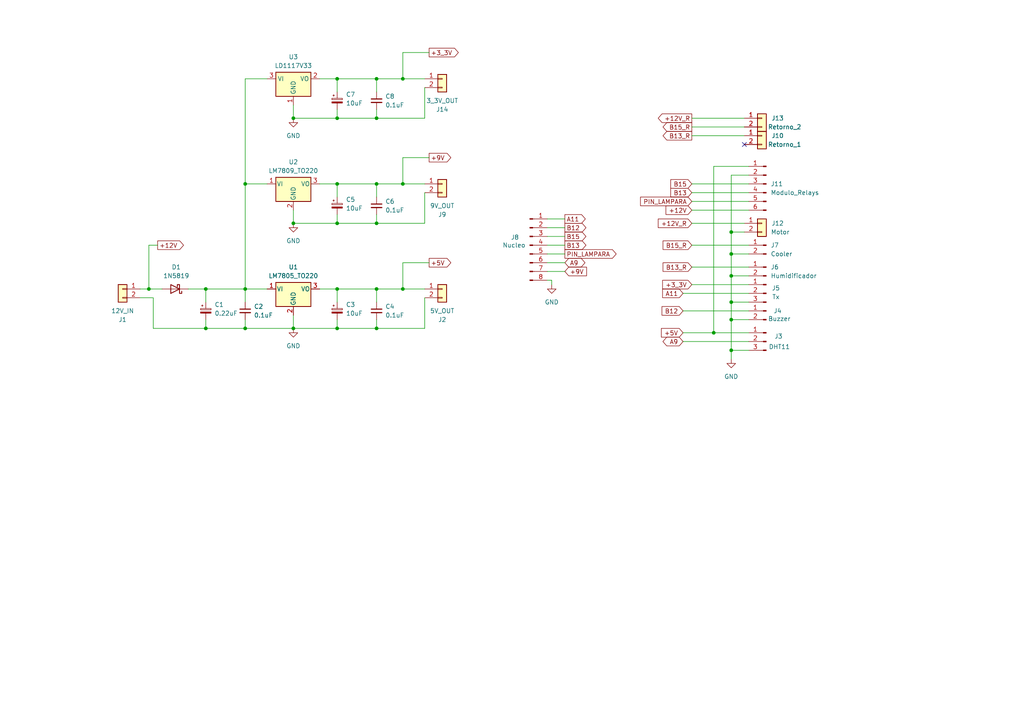
<source format=kicad_sch>
(kicad_sch (version 20250114) (generator "eeschema") (generator_version "9.0")
  (paper "A4")
  (lib_symbols
    (symbol "Connector:Conn_01x02_Pin" (pin_names (offset 1.016) (hide yes))
      (property "Reference" "J" (at 0 2.54 0))
      (property "Value" "Conn_01x02_Pin" (at 0 -5.08 0))
      (symbol "Conn_01x02_Pin_1_1"
        (rectangle (start 0.8636 0.127) (end 0 -0.127) (stroke (width 0.1524)) (fill (type outline)))
        (rectangle (start 0.8636 -2.413) (end 0 -2.667) (stroke (width 0.1524)) (fill (type outline)))
        (polyline (pts (xy 1.27 0) (xy 0.8636 0)) (stroke (width 0.1524)))
        (polyline (pts (xy 1.27 -2.54) (xy 0.8636 -2.54)) (stroke (width 0.1524)))
        (pin passive line (at 5.08 0 180) (length 3.81) (name "Pin_1") (number "1"))
        (pin passive line (at 5.08 -2.54 180) (length 3.81) (name "Pin_2") (number "2"))
      )
    )
    (symbol "Connector:Conn_01x03_Pin" (pin_names (offset 1.016) (hide yes))
      (property "Reference" "J" (at 0 5.08 0))
      (property "Value" "Conn_01x03_Pin" (at 0 -5.08 0))
      (symbol "Conn_01x03_Pin_1_1"
        (rectangle (start 0.8636 2.667) (end 0 2.413) (stroke (width 0.1524)) (fill (type outline)))
        (rectangle (start 0.8636 0.127) (end 0 -0.127) (stroke (width 0.1524)) (fill (type outline)))
        (rectangle (start 0.8636 -2.413) (end 0 -2.667) (stroke (width 0.1524)) (fill (type outline)))
        (polyline (pts (xy 1.27 2.54) (xy 0.8636 2.54)) (stroke (width 0.1524)))
        (polyline (pts (xy 1.27 0) (xy 0.8636 0)) (stroke (width 0.1524)))
        (polyline (pts (xy 1.27 -2.54) (xy 0.8636 -2.54)) (stroke (width 0.1524)))
        (pin passive line (at 5.08 2.54 180) (length 3.81) (name "Pin_1") (number "1"))
        (pin passive line (at 5.08 0 180) (length 3.81) (name "Pin_2") (number "2"))
        (pin passive line (at 5.08 -2.54 180) (length 3.81) (name "Pin_3") (number "3"))
      )
    )
    (symbol "Connector:Conn_01x06_Pin" (pin_names (offset 1.016) (hide yes))
      (property "Reference" "J" (at 0 7.62 0))
      (property "Value" "Conn_01x06_Pin" (at 0 -10.16 0))
      (symbol "Conn_01x06_Pin_1_1"
        (rectangle (start 0.8636 5.207) (end 0 4.953) (stroke (width 0.1524)) (fill (type outline)))
        (rectangle (start 0.8636 2.667) (end 0 2.413) (stroke (width 0.1524)) (fill (type outline)))
        (rectangle (start 0.8636 0.127) (end 0 -0.127) (stroke (width 0.1524)) (fill (type outline)))
        (rectangle (start 0.8636 -2.413) (end 0 -2.667) (stroke (width 0.1524)) (fill (type outline)))
        (rectangle (start 0.8636 -4.953) (end 0 -5.207) (stroke (width 0.1524)) (fill (type outline)))
        (rectangle (start 0.8636 -7.493) (end 0 -7.747) (stroke (width 0.1524)) (fill (type outline)))
        (polyline (pts (xy 1.27 5.08) (xy 0.8636 5.08)) (stroke (width 0.1524)))
        (polyline (pts (xy 1.27 2.54) (xy 0.8636 2.54)) (stroke (width 0.1524)))
        (polyline (pts (xy 1.27 0) (xy 0.8636 0)) (stroke (width 0.1524)))
        (polyline (pts (xy 1.27 -2.54) (xy 0.8636 -2.54)) (stroke (width 0.1524)))
        (polyline (pts (xy 1.27 -5.08) (xy 0.8636 -5.08)) (stroke (width 0.1524)))
        (polyline (pts (xy 1.27 -7.62) (xy 0.8636 -7.62)) (stroke (width 0.1524)))
        (pin passive line (at 5.08 5.08 180) (length 3.81) (name "Pin_1") (number "1"))
        (pin passive line (at 5.08 2.54 180) (length 3.81) (name "Pin_2") (number "2"))
        (pin passive line (at 5.08 0 180) (length 3.81) (name "Pin_3") (number "3"))
        (pin passive line (at 5.08 -2.54 180) (length 3.81) (name "Pin_4") (number "4"))
        (pin passive line (at 5.08 -5.08 180) (length 3.81) (name "Pin_5") (number "5"))
        (pin passive line (at 5.08 -7.62 180) (length 3.81) (name "Pin_6") (number "6"))
      )
    )
    (symbol "Connector:Conn_01x08_Pin" (pin_names (offset 1.016) (hide yes))
      (property "Reference" "J" (at 0 10.16 0))
      (property "Value" "Conn_01x08_Pin" (at 0 -12.7 0))
      (symbol "Conn_01x08_Pin_1_1"
        (rectangle (start 0.8636 7.747) (end 0 7.493) (stroke (width 0.1524)) (fill (type outline)))
        (rectangle (start 0.8636 5.207) (end 0 4.953) (stroke (width 0.1524)) (fill (type outline)))
        (rectangle (start 0.8636 2.667) (end 0 2.413) (stroke (width 0.1524)) (fill (type outline)))
        (rectangle (start 0.8636 0.127) (end 0 -0.127) (stroke (width 0.1524)) (fill (type outline)))
        (rectangle (start 0.8636 -2.413) (end 0 -2.667) (stroke (width 0.1524)) (fill (type outline)))
        (rectangle (start 0.8636 -4.953) (end 0 -5.207) (stroke (width 0.1524)) (fill (type outline)))
        (rectangle (start 0.8636 -7.493) (end 0 -7.747) (stroke (width 0.1524)) (fill (type outline)))
        (rectangle (start 0.8636 -10.033) (end 0 -10.287) (stroke (width 0.1524)) (fill (type outline)))
        (polyline (pts (xy 1.27 7.62) (xy 0.8636 7.62)) (stroke (width 0.1524)))
        (polyline (pts (xy 1.27 5.08) (xy 0.8636 5.08)) (stroke (width 0.1524)))
        (polyline (pts (xy 1.27 2.54) (xy 0.8636 2.54)) (stroke (width 0.1524)))
        (polyline (pts (xy 1.27 0) (xy 0.8636 0)) (stroke (width 0.1524)))
        (polyline (pts (xy 1.27 -2.54) (xy 0.8636 -2.54)) (stroke (width 0.1524)))
        (polyline (pts (xy 1.27 -5.08) (xy 0.8636 -5.08)) (stroke (width 0.1524)))
        (polyline (pts (xy 1.27 -7.62) (xy 0.8636 -7.62)) (stroke (width 0.1524)))
        (polyline (pts (xy 1.27 -10.16) (xy 0.8636 -10.16)) (stroke (width 0.1524)))
        (pin passive line (at 5.08 7.62 180) (length 3.81) (name "Pin_1") (number "1"))
        (pin passive line (at 5.08 5.08 180) (length 3.81) (name "Pin_2") (number "2"))
        (pin passive line (at 5.08 2.54 180) (length 3.81) (name "Pin_3") (number "3"))
        (pin passive line (at 5.08 0 180) (length 3.81) (name "Pin_4") (number "4"))
        (pin passive line (at 5.08 -2.54 180) (length 3.81) (name "Pin_5") (number "5"))
        (pin passive line (at 5.08 -5.08 180) (length 3.81) (name "Pin_6") (number "6"))
        (pin passive line (at 5.08 -7.62 180) (length 3.81) (name "Pin_7") (number "7"))
        (pin passive line (at 5.08 -10.16 180) (length 3.81) (name "Pin_8") (number "8"))
      )
    )
    (symbol "Connector_Generic:Conn_01x02" (pin_names (offset 1.016) (hide yes))
      (property "Reference" "J" (at 0 2.54 0))
      (property "Value" "Conn_01x02" (at 0 -5.08 0))
      (symbol "Conn_01x02_1_1"
        (rectangle (start -1.27 1.27) (end 1.27 -3.81) (stroke (width 0.254)) (fill (type background)))
        (rectangle (start -1.27 0.127) (end 0 -0.127) (stroke (width 0.1524)))
        (rectangle (start -1.27 -2.413) (end 0 -2.667) (stroke (width 0.1524)))
        (pin passive line (at -5.08 0 0) (length 3.81) (name "Pin_1") (number "1"))
        (pin passive line (at -5.08 -2.54 0) (length 3.81) (name "Pin_2") (number "2"))
      )
    )
    (symbol "Device:C_Polarized_Small" (pin_numbers (hide yes)) (pin_names (offset 0.254) (hide yes))
      (property "Reference" "C" (at 0.254 1.778 0))
      (property "Value" "C_Polarized_Small" (at 0.254 -2.032 0))
      (symbol "C_Polarized_Small_0_1"
        (rectangle (start -1.524 0.6858) (end 1.524 0.3048))
        (rectangle (start -1.524 -0.3048) (end 1.524 -0.6858) (fill (type outline)))
        (polyline (pts (xy -1.27 1.524) (xy -0.762 1.524)))
        (polyline (pts (xy -1.016 1.27) (xy -1.016 1.778)))
      )
      (symbol "C_Polarized_Small_1_1"
        (pin passive line (at 0 2.54 270) (length 1.8542) (name "~") (number "1"))
        (pin passive line (at 0 -2.54 90) (length 1.8542) (name "~") (number "2"))
      )
    )
    (symbol "Device:C_Small" (pin_numbers (hide yes)) (pin_names (offset 0.254) (hide yes))
      (property "Reference" "C" (at 0.254 1.778 0))
      (property "Value" "C_Small" (at 0.254 -2.032 0))
      (symbol "C_Small_0_1"
        (polyline (pts (xy -1.524 0.508) (xy 1.524 0.508)) (stroke (width 0.3048)))
        (polyline (pts (xy -1.524 -0.508) (xy 1.524 -0.508)) (stroke (width 0.3302)))
      )
      (symbol "C_Small_1_1"
        (pin passive line (at 0 2.54 270) (length 2.032) (name "~") (number "1"))
        (pin passive line (at 0 -2.54 90) (length 2.032) (name "~") (number "2"))
      )
    )
    (symbol "Diode:1N5819" (pin_numbers (hide yes)) (pin_names (offset 1.016) (hide yes))
      (property "Reference" "D" (at 0 2.54 0))
      (property "Value" "1N5819" (at 0 -2.54 0))
      (symbol "1N5819_0_1"
        (polyline (pts (xy -1.905 0.635) (xy -1.905 1.27) (xy -1.27 1.27) (xy -1.27 -1.27) (xy -0.635 -1.27) (xy -0.635 -0.635)) (stroke (width 0.254)))
        (polyline (pts (xy 1.27 1.27) (xy 1.27 -1.27) (xy -1.27 0) (xy 1.27 1.27)) (stroke (width 0.254)))
        (polyline (pts (xy 1.27 0) (xy -1.27 0)))
      )
      (symbol "1N5819_1_1"
        (pin passive line (at -3.81 0 0) (length 2.54) (name "K") (number "1"))
        (pin passive line (at 3.81 0 180) (length 2.54) (name "A") (number "2"))
      )
    )
    (symbol "Regulator_Linear:LD1117V33"
      (property "Reference" "U" (at -3.81 3.175 0))
      (property "Value" "LD1117V33" (at 0 3.175 0))
      (symbol "LD1117V33_0_1"
        (rectangle (start -5.08 -5.08) (end 5.08 1.905) (stroke (width 0.254)) (fill (type background)))
      )
      (symbol "LD1117V33_1_1"
        (pin power_in line (at -7.62 0 0) (length 2.54) (name "VI") (number "3"))
        (pin power_in line (at 0 -7.62 90) (length 2.54) (name "GND") (number "1"))
        (pin power_out line (at 7.62 0 180) (length 2.54) (name "VO") (number "2"))
      )
    )
    (symbol "Regulator_Linear:LM7805_TO220" (pin_names (offset 0.254))
      (property "Reference" "U" (at -3.81 3.175 0))
      (property "Value" "LM7805_TO220" (at 0 3.175 0))
      (symbol "LM7805_TO220_0_1"
        (rectangle (start -5.08 1.905) (end 5.08 -5.08) (stroke (width 0.254)) (fill (type background)))
      )
      (symbol "LM7805_TO220_1_1"
        (pin power_in line (at -7.62 0 0) (length 2.54) (name "VI") (number "1"))
        (pin power_in line (at 0 -7.62 90) (length 2.54) (name "GND") (number "2"))
        (pin power_out line (at 7.62 0 180) (length 2.54) (name "VO") (number "3"))
      )
    )
    (symbol "Regulator_Linear:LM7809_TO220" (pin_names (offset 0.254))
      (property "Reference" "U" (at -3.81 3.175 0))
      (property "Value" "LM7809_TO220" (at 0 3.175 0))
      (symbol "LM7809_TO220_0_1"
        (rectangle (start -5.08 1.905) (end 5.08 -5.08) (stroke (width 0.254)) (fill (type background)))
      )
      (symbol "LM7809_TO220_1_1"
        (pin power_in line (at -7.62 0 0) (length 2.54) (name "VI") (number "1"))
        (pin power_in line (at 0 -7.62 90) (length 2.54) (name "GND") (number "2"))
        (pin power_out line (at 7.62 0 180) (length 2.54) (name "VO") (number "3"))
      )
    )
    (symbol "power:GND" (power) (pin_numbers (hide yes)) (pin_names (offset 0) (hide yes))
      (property "Value" "GND" (at 0 -3.81 0))
      (symbol "GND_0_1"
        (polyline (pts (xy 0 0) (xy 0 -1.27) (xy 1.27 -1.27) (xy 0 -2.54) (xy -1.27 -1.27) (xy 0 -1.27)))
      )
      (symbol "GND_1_1"
        (pin power_in line (at 0 0 270) (length 0) (name "~") (number "1"))
      )
    )
  )
  (junction (at 85.09 64.77))
  (junction (at 212.09 80.01))
  (junction (at 109.22 83.82))
  (junction (at 59.69 95.25))
  (junction (at 212.09 67.31))
  (junction (at 207.01 96.52))
  (junction (at 109.22 95.25))
  (junction (at 212.09 101.6))
  (junction (at 71.12 53.34))
  (junction (at 109.22 53.34))
  (junction (at 97.79 64.77))
  (junction (at 97.79 95.25))
  (junction (at 71.12 83.82))
  (junction (at 212.09 73.66))
  (junction (at 116.84 83.82))
  (junction (at 85.09 34.29))
  (junction (at 116.84 53.34))
  (junction (at 109.22 64.77))
  (junction (at 212.09 92.71))
  (junction (at 71.12 95.25))
  (junction (at 97.79 53.34))
  (junction (at 109.22 22.86))
  (junction (at 97.79 34.29))
  (junction (at 97.79 83.82))
  (junction (at 97.79 22.86))
  (junction (at 109.22 34.29))
  (junction (at 85.09 95.25))
  (junction (at 212.09 87.63))
  (junction (at 59.69 83.82))
  (junction (at 116.84 22.86))
  (junction (at 43.18 83.82))
  (no_connect (at 215.9 41.91))
  (wire (pts (xy 212.09 80.01) (xy 212.09 87.63)))
  (wire (pts (xy 200.66 55.88) (xy 217.17 55.88)))
  (wire (pts (xy 116.84 45.72) (xy 116.84 53.34)))
  (wire (pts (xy 212.09 73.66) (xy 212.09 80.01)))
  (wire (pts (xy 97.79 64.77) (xy 85.09 64.77)))
  (wire (pts (xy 97.79 62.23) (xy 97.79 64.77)))
  (wire (pts (xy 200.66 71.12) (xy 217.17 71.12)))
  (wire (pts (xy 54.61 83.82) (xy 59.69 83.82)))
  (wire (pts (xy 85.09 34.29) (xy 85.09 30.48)))
  (wire (pts (xy 116.84 15.24) (xy 116.84 22.86)))
  (wire (pts (xy 160.02 81.28) (xy 160.02 82.55)))
  (wire (pts (xy 109.22 95.25) (xy 97.79 95.25)))
  (wire (pts (xy 109.22 83.82) (xy 97.79 83.82)))
  (wire (pts (xy 158.75 66.04) (xy 163.83 66.04)))
  (wire (pts (xy 109.22 62.23) (xy 109.22 64.77)))
  (wire (pts (xy 217.17 101.6) (xy 212.09 101.6)))
  (wire (pts (xy 71.12 87.63) (xy 71.12 83.82)))
  (wire (pts (xy 198.12 99.06) (xy 217.17 99.06)))
  (wire (pts (xy 200.66 39.37) (xy 215.9 39.37)))
  (wire (pts (xy 158.75 81.28) (xy 160.02 81.28)))
  (wire (pts (xy 109.22 26.67) (xy 109.22 22.86)))
  (wire (pts (xy 97.79 34.29) (xy 85.09 34.29)))
  (wire (pts (xy 217.17 92.71) (xy 212.09 92.71)))
  (wire (pts (xy 109.22 22.86) (xy 116.84 22.86)))
  (wire (pts (xy 217.17 87.63) (xy 212.09 87.63)))
  (wire (pts (xy 109.22 34.29) (xy 123.19 34.29)))
  (wire (pts (xy 109.22 92.71) (xy 109.22 95.25)))
  (wire (pts (xy 97.79 95.25) (xy 85.09 95.25)))
  (wire (pts (xy 200.66 53.34) (xy 217.17 53.34)))
  (wire (pts (xy 59.69 83.82) (xy 59.69 87.63)))
  (wire (pts (xy 71.12 92.71) (xy 71.12 95.25)))
  (wire (pts (xy 109.22 64.77) (xy 123.19 64.77)))
  (wire (pts (xy 207.01 96.52) (xy 217.17 96.52)))
  (wire (pts (xy 212.09 50.8) (xy 212.09 67.31)))
  (wire (pts (xy 97.79 53.34) (xy 97.79 57.15)))
  (wire (pts (xy 198.12 90.17) (xy 217.17 90.17)))
  (wire (pts (xy 124.46 15.24) (xy 116.84 15.24)))
  (wire (pts (xy 92.71 83.82) (xy 97.79 83.82)))
  (wire (pts (xy 207.01 48.26) (xy 207.01 96.52)))
  (wire (pts (xy 158.75 78.74) (xy 163.83 78.74)))
  (wire (pts (xy 92.71 53.34) (xy 97.79 53.34)))
  (wire (pts (xy 97.79 92.71) (xy 97.79 95.25)))
  (wire (pts (xy 109.22 53.34) (xy 116.84 53.34)))
  (wire (pts (xy 217.17 50.8) (xy 212.09 50.8)))
  (wire (pts (xy 59.69 95.25) (xy 71.12 95.25)))
  (wire (pts (xy 97.79 83.82) (xy 97.79 87.63)))
  (wire (pts (xy 59.69 92.71) (xy 59.69 95.25)))
  (wire (pts (xy 116.84 53.34) (xy 123.19 53.34)))
  (wire (pts (xy 71.12 22.86) (xy 77.47 22.86)))
  (wire (pts (xy 40.64 86.36) (xy 44.45 86.36)))
  (wire (pts (xy 44.45 86.36) (xy 44.45 95.25)))
  (wire (pts (xy 212.09 92.71) (xy 212.09 101.6)))
  (wire (pts (xy 44.45 95.25) (xy 59.69 95.25)))
  (wire (pts (xy 43.18 83.82) (xy 46.99 83.82)))
  (wire (pts (xy 109.22 83.82) (xy 116.84 83.82)))
  (wire (pts (xy 85.09 64.77) (xy 85.09 60.96)))
  (wire (pts (xy 217.17 73.66) (xy 212.09 73.66)))
  (wire (pts (xy 212.09 67.31) (xy 212.09 73.66)))
  (wire (pts (xy 200.66 60.96) (xy 217.17 60.96)))
  (wire (pts (xy 116.84 22.86) (xy 123.19 22.86)))
  (wire (pts (xy 116.84 76.2) (xy 116.84 83.82)))
  (wire (pts (xy 198.12 96.52) (xy 207.01 96.52)))
  (wire (pts (xy 97.79 31.75) (xy 97.79 34.29)))
  (wire (pts (xy 109.22 22.86) (xy 97.79 22.86)))
  (wire (pts (xy 92.71 22.86) (xy 97.79 22.86)))
  (wire (pts (xy 116.84 83.82) (xy 123.19 83.82)))
  (wire (pts (xy 123.19 86.36) (xy 123.19 95.25)))
  (wire (pts (xy 109.22 53.34) (xy 97.79 53.34)))
  (wire (pts (xy 212.09 87.63) (xy 212.09 92.71)))
  (wire (pts (xy 215.9 67.31) (xy 212.09 67.31)))
  (wire (pts (xy 158.75 71.12) (xy 163.83 71.12)))
  (wire (pts (xy 109.22 31.75) (xy 109.22 34.29)))
  (wire (pts (xy 158.75 68.58) (xy 163.83 68.58)))
  (wire (pts (xy 158.75 63.5) (xy 163.83 63.5)))
  (wire (pts (xy 212.09 101.6) (xy 212.09 104.14)))
  (wire (pts (xy 71.12 53.34) (xy 71.12 83.82)))
  (wire (pts (xy 45.72 71.12) (xy 43.18 71.12)))
  (wire (pts (xy 200.66 64.77) (xy 215.9 64.77)))
  (wire (pts (xy 198.12 85.09) (xy 217.17 85.09)))
  (wire (pts (xy 109.22 95.25) (xy 123.19 95.25)))
  (wire (pts (xy 200.66 82.55) (xy 217.17 82.55)))
  (wire (pts (xy 124.46 45.72) (xy 116.84 45.72)))
  (wire (pts (xy 97.79 22.86) (xy 97.79 26.67)))
  (wire (pts (xy 109.22 34.29) (xy 97.79 34.29)))
  (wire (pts (xy 71.12 22.86) (xy 71.12 53.34)))
  (wire (pts (xy 123.19 55.88) (xy 123.19 64.77)))
  (wire (pts (xy 71.12 95.25) (xy 85.09 95.25)))
  (wire (pts (xy 109.22 57.15) (xy 109.22 53.34)))
  (wire (pts (xy 40.64 83.82) (xy 43.18 83.82)))
  (wire (pts (xy 158.75 73.66) (xy 163.83 73.66)))
  (wire (pts (xy 109.22 87.63) (xy 109.22 83.82)))
  (wire (pts (xy 123.19 25.4) (xy 123.19 34.29)))
  (wire (pts (xy 200.66 36.83) (xy 215.9 36.83)))
  (wire (pts (xy 85.09 95.25) (xy 85.09 91.44)))
  (wire (pts (xy 71.12 53.34) (xy 77.47 53.34)))
  (wire (pts (xy 200.66 58.42) (xy 217.17 58.42)))
  (wire (pts (xy 217.17 80.01) (xy 212.09 80.01)))
  (wire (pts (xy 207.01 48.26) (xy 217.17 48.26)))
  (wire (pts (xy 109.22 64.77) (xy 97.79 64.77)))
  (wire (pts (xy 158.75 76.2) (xy 163.83 76.2)))
  (wire (pts (xy 71.12 83.82) (xy 59.69 83.82)))
  (wire (pts (xy 200.66 34.29) (xy 215.9 34.29)))
  (wire (pts (xy 200.66 77.47) (xy 217.17 77.47)))
  (wire (pts (xy 124.46 76.2) (xy 116.84 76.2)))
  (wire (pts (xy 71.12 83.82) (xy 77.47 83.82)))
  (wire (pts (xy 43.18 71.12) (xy 43.18 83.82)))
  (global_label "+9V" (shape output) (at 124.46 45.72 0) (property "Intersheetrefs" "${INTERSHEET_REFS}" (effects (hide yes))))
  (global_label "B15_R" (shape output) (at 200.66 36.83 180) (property "Intersheetrefs" "${INTERSHEET_REFS}" (effects (hide yes))))
  (global_label "+9V" (shape input) (at 163.83 78.74 0) (property "Intersheetrefs" "${INTERSHEET_REFS}" (effects (hide yes))))
  (global_label "PIN_LAMPARA" (shape input) (at 200.66 58.42 180) (property "Intersheetrefs" "${INTERSHEET_REFS}" (effects (hide yes))))
  (global_label "PIN_LAMPARA" (shape output) (at 163.83 73.66 0) (property "Intersheetrefs" "${INTERSHEET_REFS}" (effects (hide yes))))
  (global_label "A11" (shape input) (at 198.12 85.09 180) (property "Intersheetrefs" "${INTERSHEET_REFS}" (effects (hide yes))))
  (global_label "+5V" (shape output) (at 124.46 76.2 0) (property "Intersheetrefs" "${INTERSHEET_REFS}" (effects (hide yes))))
  (global_label "+12V_R" (shape input) (at 200.66 64.77 180) (property "Intersheetrefs" "${INTERSHEET_REFS}" (effects (hide yes))))
  (global_label "+3_3V" (shape input) (at 200.66 82.55 180) (property "Intersheetrefs" "${INTERSHEET_REFS}" (effects (hide yes))))
  (global_label "B13" (shape input) (at 200.66 55.88 180) (property "Intersheetrefs" "${INTERSHEET_REFS}" (effects (hide yes))))
  (global_label "B15" (shape input) (at 200.66 53.34 180) (property "Intersheetrefs" "${INTERSHEET_REFS}" (effects (hide yes))))
  (global_label "B15_R" (shape input) (at 200.66 71.12 180) (property "Intersheetrefs" "${INTERSHEET_REFS}" (effects (hide yes))))
  (global_label "A9" (shape bidirectional) (at 163.83 76.2 0) (property "Intersheetrefs" "${INTERSHEET_REFS}" (effects (hide yes))))
  (global_label "+12V" (shape input) (at 200.66 60.96 180) (property "Intersheetrefs" "${INTERSHEET_REFS}" (effects (hide yes))))
  (global_label "B13" (shape output) (at 163.83 71.12 0) (property "Intersheetrefs" "${INTERSHEET_REFS}" (effects (hide yes))))
  (global_label "+12V_R" (shape output) (at 200.66 34.29 180) (property "Intersheetrefs" "${INTERSHEET_REFS}" (effects (hide yes))))
  (global_label "+5V" (shape input) (at 198.12 96.52 180) (property "Intersheetrefs" "${INTERSHEET_REFS}" (effects (hide yes))))
  (global_label "B12" (shape output) (at 163.83 66.04 0) (property "Intersheetrefs" "${INTERSHEET_REFS}" (effects (hide yes))))
  (global_label "A11" (shape output) (at 163.83 63.5 0) (property "Intersheetrefs" "${INTERSHEET_REFS}" (effects (hide yes))))
  (global_label "B13_R" (shape input) (at 200.66 77.47 180) (property "Intersheetrefs" "${INTERSHEET_REFS}" (effects (hide yes))))
  (global_label "+3_3V" (shape output) (at 124.46 15.24 0) (property "Intersheetrefs" "${INTERSHEET_REFS}" (effects (hide yes))))
  (global_label "B15" (shape output) (at 163.83 68.58 0) (property "Intersheetrefs" "${INTERSHEET_REFS}" (effects (hide yes))))
  (global_label "B12" (shape input) (at 198.12 90.17 180) (property "Intersheetrefs" "${INTERSHEET_REFS}" (effects (hide yes))))
  (global_label "B13_R" (shape output) (at 200.66 39.37 180) (property "Intersheetrefs" "${INTERSHEET_REFS}" (effects (hide yes))))
  (global_label "A9" (shape bidirectional) (at 198.12 99.06 180) (property "Intersheetrefs" "${INTERSHEET_REFS}" (effects (hide yes))))
  (global_label "+12V" (shape output) (at 45.72 71.12 0) (property "Intersheetrefs" "${INTERSHEET_REFS}" (effects (hide yes))))
  (symbol (lib_id "power:GND") (at 160.02 82.55 0) (unit 1)
    (property "Reference" "#PWR03" (effects (hide yes)))
    (property "Value" "GND" (at 160.02 87.63 0))
    (property "Description" "Power symbol creates a global label with name \"GND\" , ground" (effects (hide yes)))
  )
  (symbol (lib_id "Regulator_Linear:LM7809_TO220") (at 85.09 53.34 0) (unit 1)
    (property "Reference" "U2" (at 85.09 46.99 0))
    (property "Value" "LM7809_TO220" (at 85.09 49.53 0))
    (property "Footprint" "Package_TO_SOT_THT:TO-220-3_Vertical" (effects (hide yes)))
    (property "Datasheet" "https://www.onsemi.cn/PowerSolutions/document/MC7800-D.PDF" (effects (hide yes)))
    (property "Description" "Positive 1A 35V Linear Regulator, Fixed Output 9V, TO-220" (effects (hide yes)))
  )
  (symbol (lib_id "Connector_Generic:Conn_01x02") (at 128.27 53.34 0) (unit 1)
    (property "Reference" "J9" (at 128.27 62.23 0))
    (property "Value" "9V_OUT" (at 128.27 59.69 0))
    (property "Footprint" "TerminalBlock_Phoenix:TerminalBlock_Phoenix_MKDS-1,5-2-5.08_1x02_P5.08mm_Horizontal" (effects (hide yes)))
    (property "Description" "Generic connector, single row, 01x02, script generated (kicad-library-utils/schlib/autogen/connector/)" (effects (hide yes)))
  )
  (symbol (lib_id "Diode:1N5819") (at 50.8 83.82 180) (unit 1)
    (property "Reference" "D1" (at 51.1175 77.47 0))
    (property "Value" "1N5819" (at 51.1175 80.01 0))
    (property "Footprint" "Diode_THT:D_DO-41_SOD81_P10.16mm_Horizontal" (effects (hide yes)))
    (property "Datasheet" "http://www.vishay.com/docs/88525/1n5817.pdf" (effects (hide yes)))
    (property "Description" "40V 1A Schottky Barrier Rectifier Diode, DO-41" (effects (hide yes)))
  )
  (symbol (lib_id "Device:C_Small") (at 71.12 90.17 0) (unit 1)
    (property "Reference" "C2" (at 73.66 88.9062 0) (effects (justify left)))
    (property "Value" "0.1uF" (at 73.66 91.4462 0) (effects (justify left)))
    (property "Footprint" "Capacitor_THT:C_Disc_D3.0mm_W1.6mm_P2.50mm" (effects (hide yes)))
    (property "Description" "Unpolarized capacitor, small symbol" (effects (hide yes)))
  )
  (symbol (lib_id "Connector_Generic:Conn_01x02") (at 220.98 34.29 0) (unit 1)
    (property "Reference" "J13" (at 225.552 34.29 0))
    (property "Value" "Retorno_2" (at 227.584 36.83 0))
    (property "Footprint" "TerminalBlock_Phoenix:TerminalBlock_Phoenix_MKDS-1,5-2-5.08_1x02_P5.08mm_Horizontal" (effects (hide yes)))
    (property "Description" "Generic connector, single row, 01x02, script generated (kicad-library-utils/schlib/autogen/connector/)" (effects (hide yes)))
  )
  (symbol (lib_id "Connector_Generic:Conn_01x02") (at 128.27 83.82 0) (unit 1)
    (property "Reference" "J2" (at 128.27 92.71 0))
    (property "Value" "5V_OUT" (at 128.27 90.17 0))
    (property "Footprint" "TerminalBlock_Phoenix:TerminalBlock_Phoenix_MKDS-1,5-2-5.08_1x02_P5.08mm_Horizontal" (effects (hide yes)))
    (property "Description" "Generic connector, single row, 01x02, script generated (kicad-library-utils/schlib/autogen/connector/)" (effects (hide yes)))
  )
  (symbol (lib_id "Connector:Conn_01x02_Pin") (at 222.25 71.12 0) (mirror y) (unit 1)
    (property "Reference" "J7" (at 223.52 71.1199 0) (effects (justify right)))
    (property "Value" "Cooler" (at 223.52 73.6599 0) (effects (justify right)))
    (property "Footprint" "Connector_Molex:Molex_KK-254_AE-6410-02A_1x02_P2.54mm_Vertical" (effects (hide yes)))
    (property "Description" "Generic connector, single row, 01x02, script generated" (effects (hide yes)))
  )
  (symbol (lib_id "Connector_Generic:Conn_01x02") (at 128.27 22.86 0) (unit 1)
    (property "Reference" "J14" (at 128.27 31.75 0))
    (property "Value" "3_3V_OUT" (at 128.27 29.21 0))
    (property "Footprint" "TerminalBlock_Phoenix:TerminalBlock_Phoenix_MKDS-1,5-2-5.08_1x02_P5.08mm_Horizontal" (effects (hide yes)))
    (property "Description" "Generic connector, single row, 01x02, script generated (kicad-library-utils/schlib/autogen/connector/)" (effects (hide yes)))
  )
  (symbol (lib_id "Connector_Generic:Conn_01x02") (at 220.98 64.77 0) (unit 1)
    (property "Reference" "J12" (at 225.552 64.77 0))
    (property "Value" "Motor" (at 226.314 67.31 0))
    (property "Footprint" "TerminalBlock_Phoenix:TerminalBlock_Phoenix_MKDS-1,5-2-5.08_1x02_P5.08mm_Horizontal" (effects (hide yes)))
    (property "Description" "Generic connector, single row, 01x02, script generated (kicad-library-utils/schlib/autogen/connector/)" (effects (hide yes)))
  )
  (symbol (lib_id "Connector:Conn_01x08_Pin") (at 153.67 71.12 0) (unit 1)
    (property "Reference" "J8" (at 149.352 68.834 0))
    (property "Value" "Nucleo" (at 149.098 71.12 0))
    (property "Footprint" "Connector_Molex:Molex_KK-254_AE-6410-08A_1x08_P2.54mm_Vertical" (effects (hide yes)))
    (property "Description" "Generic connector, single row, 01x08, script generated" (effects (hide yes)))
  )
  (symbol (lib_id "power:GND") (at 85.09 64.77 0) (unit 1)
    (property "Reference" "#PWR04" (effects (hide yes)))
    (property "Value" "GND" (at 85.09 69.85 0))
    (property "Description" "Power symbol creates a global label with name \"GND\" , ground" (effects (hide yes)))
  )
  (symbol (lib_id "Regulator_Linear:LD1117V33") (at 85.09 22.86 0) (unit 1)
    (property "Reference" "U3" (at 85.09 16.51 0))
    (property "Value" "LD1117V33" (at 85.09 19.05 0))
    (property "Footprint" "Package_TO_SOT_THT:TO-220-3_Vertical" (effects (hide yes)))
    (property "Datasheet" "https://www.st.com/resource/en/datasheet/ld1117.pdf" (effects (hide yes)))
    (property "Description" "800 mA Fixed Low Drop Positive Voltage Regulator (ldo). Max input 15V. Fixed Output 3.3V. TO-220-3" (effects (hide yes)))
  )
  (symbol (lib_id "Regulator_Linear:LM7805_TO220") (at 85.09 83.82 0) (unit 1)
    (property "Reference" "U1" (at 85.09 77.47 0))
    (property "Value" "LM7805_TO220" (at 85.09 80.01 0))
    (property "Footprint" "Package_TO_SOT_THT:TO-220-3_Vertical" (effects (hide yes)))
    (property "Datasheet" "https://www.onsemi.cn/PowerSolutions/document/MC7800-D.PDF" (effects (hide yes)))
    (property "Description" "Positive 1A 35V Linear Regulator, Fixed Output 5V, TO-220" (effects (hide yes)))
  )
  (symbol (lib_id "Device:C_Small") (at 109.22 59.69 0) (unit 1)
    (property "Reference" "C6" (at 111.76 58.4262 0) (effects (justify left)))
    (property "Value" "0.1uF" (at 111.76 60.9662 0) (effects (justify left)))
    (property "Footprint" "Capacitor_THT:C_Disc_D3.0mm_W1.6mm_P2.50mm" (effects (hide yes)))
    (property "Description" "Unpolarized capacitor, small symbol" (effects (hide yes)))
  )
  (symbol (lib_id "Connector:Conn_01x03_Pin") (at 222.25 99.06 0) (mirror y) (unit 1)
    (property "Reference" "J3" (at 225.806 97.536 0))
    (property "Value" "DHT11" (at 226.06 100.584 0))
    (property "Footprint" "Connector_Molex:Molex_KK-254_AE-6410-03A_1x03_P2.54mm_Vertical" (effects (hide yes)))
    (property "Description" "Generic connector, single row, 01x03, script generated" (effects (hide yes)))
  )
  (symbol (lib_id "Device:C_Polarized_Small") (at 97.79 29.21 0) (unit 1)
    (property "Reference" "C7" (at 100.33 27.3938 0) (effects (justify left)))
    (property "Value" "10uF" (at 100.33 29.9338 0) (effects (justify left)))
    (property "Footprint" "Capacitor_THT:CP_Radial_D4.0mm_P2.00mm" (effects (hide yes)))
    (property "Description" "Polarized capacitor, small symbol" (effects (hide yes)))
  )
  (symbol (lib_id "Device:C_Polarized_Small") (at 97.79 90.17 0) (unit 1)
    (property "Reference" "C3" (at 100.33 88.3538 0) (effects (justify left)))
    (property "Value" "10uF" (at 100.33 90.8938 0) (effects (justify left)))
    (property "Footprint" "Capacitor_THT:CP_Radial_D4.0mm_P2.00mm" (effects (hide yes)))
    (property "Description" "Polarized capacitor, small symbol" (effects (hide yes)))
  )
  (symbol (lib_id "Connector:Conn_01x03_Pin") (at 222.25 85.09 0) (mirror y) (unit 1)
    (property "Reference" "J5" (at 225.044 83.566 0))
    (property "Value" "Tx" (at 225.044 86.106 0))
    (property "Footprint" "Connector_Molex:Molex_KK-254_AE-6410-03A_1x03_P2.54mm_Vertical" (effects (hide yes)))
    (property "Description" "Generic connector, single row, 01x03, script generated" (effects (hide yes)))
  )
  (symbol (lib_id "Connector:Conn_01x06_Pin") (at 222.25 53.34 0) (mirror y) (unit 1)
    (property "Reference" "J11" (at 223.52 53.3399 0) (effects (justify right)))
    (property "Value" "Modulo_Relays" (at 223.52 55.8799 0) (effects (justify right)))
    (property "Footprint" "Connector_PinHeader_2.54mm:PinHeader_1x06_P2.54mm_Vertical" (effects (hide yes)))
    (property "Description" "Generic connector, single row, 01x06, script generated" (effects (hide yes)))
  )
  (symbol (lib_id "power:GND") (at 212.09 104.14 0) (unit 1)
    (property "Reference" "#PWR02" (effects (hide yes)))
    (property "Value" "GND" (at 212.09 109.22 0))
    (property "Description" "Power symbol creates a global label with name \"GND\" , ground" (effects (hide yes)))
  )
  (symbol (lib_id "Connector:Conn_01x02_Pin") (at 222.25 77.47 0) (mirror y) (unit 1)
    (property "Reference" "J6" (at 223.52 77.4699 0) (effects (justify right)))
    (property "Value" "Humidificador" (at 223.52 80.0099 0) (effects (justify right)))
    (property "Footprint" "Connector_Molex:Molex_KK-254_AE-6410-02A_1x02_P2.54mm_Vertical" (effects (hide yes)))
    (property "Description" "Generic connector, single row, 01x02, script generated" (effects (hide yes)))
  )
  (symbol (lib_id "Connector:Conn_01x02_Pin") (at 222.25 90.17 0) (mirror y) (unit 1)
    (property "Reference" "J4" (at 225.552 90.17 0))
    (property "Value" "Buzzer" (at 226.06 92.456 0))
    (property "Footprint" "Connector_Molex:Molex_KK-254_AE-6410-02A_1x02_P2.54mm_Vertical" (effects (hide yes)))
    (property "Description" "Generic connector, single row, 01x02, script generated" (effects (hide yes)))
  )
  (symbol (lib_id "Device:C_Small") (at 109.22 90.17 0) (unit 1)
    (property "Reference" "C4" (at 111.76 88.9062 0) (effects (justify left)))
    (property "Value" "0.1uF" (at 111.76 91.4462 0) (effects (justify left)))
    (property "Footprint" "Capacitor_THT:C_Disc_D3.0mm_W1.6mm_P2.50mm" (effects (hide yes)))
    (property "Description" "Unpolarized capacitor, small symbol" (effects (hide yes)))
  )
  (symbol (lib_id "power:GND") (at 85.09 34.29 0) (unit 1)
    (property "Reference" "#PWR05" (effects (hide yes)))
    (property "Value" "GND" (at 85.09 39.37 0))
    (property "Description" "Power symbol creates a global label with name \"GND\" , ground" (effects (hide yes)))
  )
  (symbol (lib_id "Device:C_Polarized_Small") (at 59.69 90.17 0) (unit 1)
    (property "Reference" "C1" (at 62.23 88.3538 0) (effects (justify left)))
    (property "Value" "0.22uF" (at 62.23 90.8938 0) (effects (justify left)))
    (property "Footprint" "Capacitor_THT:CP_Radial_D4.0mm_P2.00mm" (effects (hide yes)))
    (property "Description" "Polarized capacitor, small symbol" (effects (hide yes)))
  )
  (symbol (lib_id "Connector_Generic:Conn_01x02") (at 220.98 39.37 0) (unit 1)
    (property "Reference" "J10" (at 225.552 39.37 0))
    (property "Value" "Retorno_1" (at 227.584 41.91 0))
    (property "Footprint" "TerminalBlock_Phoenix:TerminalBlock_Phoenix_MKDS-1,5-2-5.08_1x02_P5.08mm_Horizontal" (effects (hide yes)))
    (property "Description" "Generic connector, single row, 01x02, script generated (kicad-library-utils/schlib/autogen/connector/)" (effects (hide yes)))
  )
  (symbol (lib_id "Connector_Generic:Conn_01x02") (at 35.56 83.82 0) (mirror y) (unit 1)
    (property "Reference" "J1" (at 35.56 92.71 0))
    (property "Value" "12V_IN" (at 35.56 90.17 0))
    (property "Footprint" "TerminalBlock_Phoenix:TerminalBlock_Phoenix_MKDS-1,5-2-5.08_1x02_P5.08mm_Horizontal" (effects (hide yes)))
    (property "Description" "Generic connector, single row, 01x02, script generated (kicad-library-utils/schlib/autogen/connector/)" (effects (hide yes)))
  )
  (symbol (lib_id "power:GND") (at 85.09 95.25 0) (unit 1)
    (property "Reference" "#PWR01" (effects (hide yes)))
    (property "Value" "GND" (at 85.09 100.33 0))
    (property "Description" "Power symbol creates a global label with name \"GND\" , ground" (effects (hide yes)))
  )
  (symbol (lib_id "Device:C_Small") (at 109.22 29.21 0) (unit 1)
    (property "Reference" "C8" (at 111.76 27.9462 0) (effects (justify left)))
    (property "Value" "0.1uF" (at 111.76 30.4862 0) (effects (justify left)))
    (property "Footprint" "Capacitor_THT:C_Disc_D3.0mm_W1.6mm_P2.50mm" (effects (hide yes)))
    (property "Description" "Unpolarized capacitor, small symbol" (effects (hide yes)))
  )
  (symbol (lib_id "Device:C_Polarized_Small") (at 97.79 59.69 0) (unit 1)
    (property "Reference" "C5" (at 100.33 57.8738 0) (effects (justify left)))
    (property "Value" "10uF" (at 100.33 60.4138 0) (effects (justify left)))
    (property "Footprint" "Capacitor_THT:CP_Radial_D4.0mm_P2.00mm" (effects (hide yes)))
    (property "Description" "Polarized capacitor, small symbol" (effects (hide yes)))
  )
)
</source>
